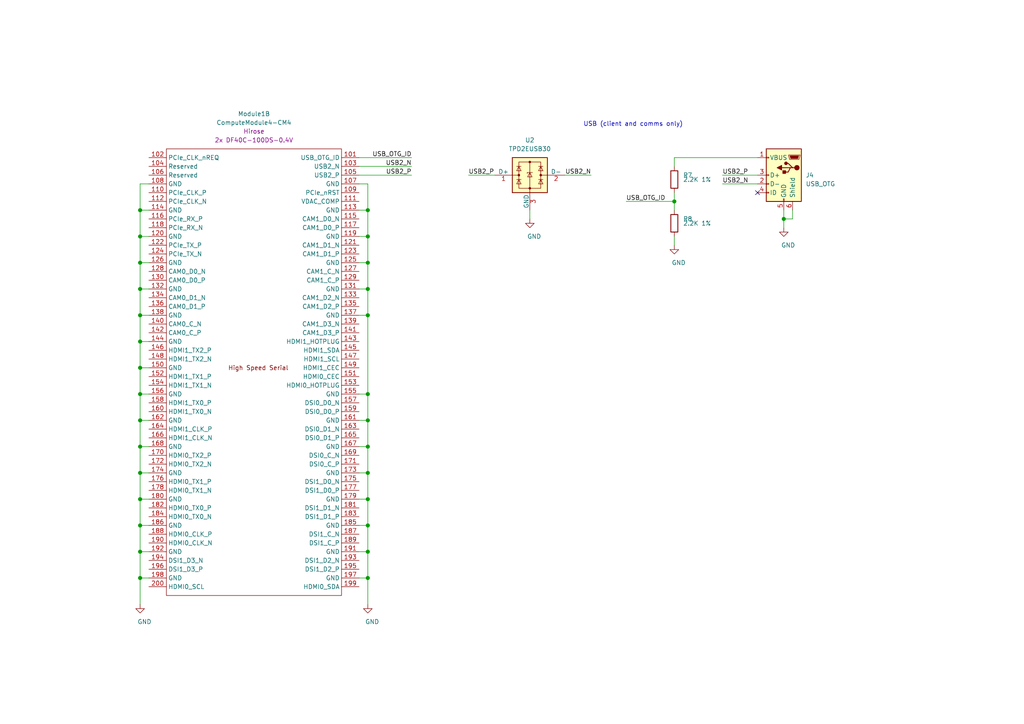
<source format=kicad_sch>
(kicad_sch (version 20211123) (generator eeschema)
  (paper "A4")
  (title_block (title "Raspberry Pi Compute Module 4 Base Carrier") (date "2020-10-31") (rev "v01") (comment 2 "creativecommons.org/licenses/by-sa/4.0") (comment 3 "License: CC BY-SA 4.0") (comment 4 "Author: Shawn Hymel"))
  (lib_symbols
    (symbol "CM4IO:ComputeModule4-CM4"
      (property "Reference" "Module" (at 113.03 -68.58 0))
      (property "Value" "ComputeModule4-CM4" (at 140.97 2.54 0))
      (property "Manufacturer" "Hirose" (at 0 0 0))
      (property "MPN" "2x DF40C-100DS-0.4V" (at 0 -2.54 0))
      (property "MPN (Alt)" "2x DF40HC(3.0)-100DS-0.4V" (at 0 0 0))
      (symbol "ComputeModule4-CM4_1_0"
        (text "GPIO" (at 0 6.35 0) (effects (font (size 1.27 1.27))))
      )
      (symbol "ComputeModule4-CM4_1_1"
        (rectangle (start -30.48 -71.12) (end 25.4 58.42))
        (text "600mA Max" (at -8.89 -53.34 0) (effects (font (size 1.27 1.27))))
        (text "600mA Max" (at -8.89 -48.26 0) (effects (font (size 1.27 1.27))))
        (text "NB SD signals are only available" (at -1.27 -27.94 0) (effects (font (size 1.27 1.27))))
        (text "on modules without eMMC" (at -1.27 -30.48 0) (effects (font (size 1.27 1.27))))
        (pin power_in line (at 27.94 55.88 180) (length 2.54) (name "GND") (number "1"))
        (pin passive line (at -33.02 45.72 0) (length 2.54) (name "Ethernet_Pair0_N") (number "10"))
        (pin output line (at -33.02 -68.58 0) (length 2.54) (name "nEXTRST") (number "100"))
        (pin passive line (at 27.94 43.18 180) (length 2.54) (name "Ethernet_Pair2_P") (number "11"))
        (pin passive line (at -33.02 43.18 0) (length 2.54) (name "Ethernet_Pair0_P") (number "12"))
        (pin power_in line (at 27.94 40.64 180) (length 2.54) (name "GND") (number "13"))
        (pin power_in line (at -33.02 40.64 0) (length 2.54) (name "GND") (number "14"))
        (pin output line (at 27.94 38.1 180) (length 2.54) (name "Ethernet_nLED3(3.3v)") (number "15"))
        (pin input line (at -33.02 38.1 0) (length 2.54) (name "Ethernet_SYNC_IN(1.8v)") (number "16"))
        (pin output line (at 27.94 35.56 180) (length 2.54) (name "Ethernet_nLED2(3.3v)") (number "17"))
        (pin input line (at -33.02 35.56 0) (length 2.54) (name "Ethernet_SYNC_OUT(1.8v)") (number "18"))
        (pin output line (at 27.94 33.02 180) (length 2.54) (name "Ethernet_nLED1(3.3v)") (number "19"))
        (pin power_in line (at -33.02 55.88 0) (length 2.54) (name "GND") (number "2"))
        (pin passive line (at -33.02 33.02 0) (length 2.54) (name "EEPROM_nWP") (number "20"))
        (pin open_collector line (at 27.94 30.48 180) (length 2.54) (name "PI_nLED_Activity") (number "21"))
        (pin power_in line (at -33.02 30.48 0) (length 2.54) (name "GND") (number "22"))
        (pin power_in line (at 27.94 27.94 180) (length 2.54) (name "GND") (number "23"))
        (pin passive line (at -33.02 27.94 0) (length 2.54) (name "GPIO26") (number "24"))
        (pin passive line (at 27.94 25.4 180) (length 2.54) (name "GPIO21") (number "25"))
        (pin passive line (at -33.02 25.4 0) (length 2.54) (name "GPIO19") (number "26"))
        (pin passive line (at 27.94 22.86 180) (length 2.54) (name "GPIO20") (number "27"))
        (pin passive line (at -33.02 22.86 0) (length 2.54) (name "GPIO13") (number "28"))
        (pin passive line (at 27.94 20.32 180) (length 2.54) (name "GPIO16") (number "29"))
        (pin passive line (at 27.94 53.34 180) (length 2.54) (name "Ethernet_Pair3_P") (number "3"))
        (pin passive line (at -33.02 20.32 0) (length 2.54) (name "GPIO6") (number "30"))
        (pin passive line (at 27.94 17.78 180) (length 2.54) (name "GPIO12") (number "31"))
        (pin power_in line (at -33.02 17.78 0) (length 2.54) (name "GND") (number "32"))
        (pin power_in line (at 27.94 15.24 180) (length 2.54) (name "GND") (number "33"))
        (pin passive line (at -33.02 15.24 0) (length 2.54) (name "GPIO5") (number "34"))
        (pin passive line (at 27.94 12.7 180) (length 2.54) (name "ID_SC") (number "35"))
        (pin passive line (at -33.02 12.7 0) (length 2.54) (name "ID_SD") (number "36"))
        (pin passive line (at 27.94 10.16 180) (length 2.54) (name "GPIO7") (number "37"))
        (pin passive line (at -33.02 10.16 0) (length 2.54) (name "GPIO11") (number "38"))
        (pin passive line (at 27.94 7.62 180) (length 2.54) (name "GPIO8") (number "39"))
        (pin passive line (at -33.02 53.34 0) (length 2.54) (name "Ethernet_Pair1_P") (number "4"))
        (pin passive line (at -33.02 7.62 0) (length 2.54) (name "GPIO9") (number "40"))
        (pin passive line (at 27.94 5.08 180) (length 2.54) (name "GPIO25") (number "41"))
        (pin power_in line (at -33.02 5.08 0) (length 2.54) (name "GND") (number "42"))
        (pin power_in line (at 27.94 2.54 180) (length 2.54) (name "GND") (number "43"))
        (pin passive line (at -33.02 2.54 0) (length 2.54) (name "GPIO10") (number "44"))
        (pin passive line (at 27.94 0 180) (length 2.54) (name "GPIO24") (number "45"))
        (pin passive line (at -33.02 0 0) (length 2.54) (name "GPIO22") (number "46"))
        (pin passive line (at 27.94 -2.54 180) (length 2.54) (name "GPIO23") (number "47"))
        (pin passive line (at -33.02 -2.54 0) (length 2.54) (name "GPIO27") (number "48"))
        (pin passive line (at 27.94 -5.08 180) (length 2.54) (name "GPIO18") (number "49"))
        (pin passive line (at 27.94 50.8 180) (length 2.54) (name "Ethernet_Pair3_N") (number "5"))
        (pin passive line (at -33.02 -5.08 0) (length 2.54) (name "GPIO17") (number "50"))
        (pin passive line (at 27.94 -7.62 180) (length 2.54) (name "GPIO15") (number "51"))
        (pin power_in line (at -33.02 -7.62 0) (length 2.54) (name "GND") (number "52"))
        (pin power_in line (at 27.94 -10.16 180) (length 2.54) (name "GND") (number "53"))
        (pin passive line (at -33.02 -10.16 0) (length 2.54) (name "GPIO4") (number "54"))
        (pin passive line (at 27.94 -12.7 180) (length 2.54) (name "GPIO14") (number "55"))
        (pin passive line (at -33.02 -12.7 0) (length 2.54) (name "GPIO3") (number "56"))
        (pin passive line (at 27.94 -15.24 180) (length 2.54) (name "SD_CLK") (number "57"))
        (pin passive line (at -33.02 -15.24 0) (length 2.54) (name "GPIO2") (number "58"))
        (pin power_in line (at 27.94 -17.78 180) (length 2.54) (name "GND") (number "59"))
        (pin passive line (at -33.02 50.8 0) (length 2.54) (name "Ethernet_Pair1_N") (number "6"))
        (pin power_in line (at -33.02 -17.78 0) (length 2.54) (name "GND") (number "60"))
        (pin passive line (at 27.94 -20.32 180) (length 2.54) (name "SD_DAT3") (number "61"))
        (pin passive line (at -33.02 -20.32 0) (length 2.54) (name "SD_CMD") (number "62"))
        (pin passive line (at 27.94 -22.86 180) (length 2.54) (name "SD_DAT0") (number "63"))
        (pin passive line (at -33.02 -22.86 0) (length 2.54) (name "SD_DAT5") (number "64"))
        (pin power_in line (at 27.94 -25.4 180) (length 2.54) (name "GND") (number "65"))
        (pin power_in line (at -33.02 -25.4 0) (length 2.54) (name "GND") (number "66"))
        (pin passive line (at 27.94 -27.94 180) (length 2.54) (name "SD_DAT1") (number "67"))
        (pin passive line (at -33.02 -27.94 0) (length 2.54) (name "SD_DAT4") (number "68"))
        (pin passive line (at 27.94 -30.48 180) (length 2.54) (name "SD_DAT2") (number "69"))
        (pin power_in line (at 27.94 48.26 180) (length 2.54) (name "GND") (number "7"))
        (pin passive line (at -33.02 -30.48 0) (length 2.54) (name "SD_DAT7") (number "70"))
        (pin power_in line (at 27.94 -33.02 180) (length 2.54) (name "GND") (number "71"))
        (pin passive line (at -33.02 -33.02 0) (length 2.54) (name "SD_DAT6") (number "72"))
        (pin input line (at 27.94 -35.56 180) (length 2.54) (name "SD_VDD_Override") (number "73"))
        (pin power_in line (at -33.02 -35.56 0) (length 2.54) (name "GND") (number "74"))
        (pin output line (at 27.94 -38.1 180) (length 2.54) (name "SD_PWR_ON") (number "75"))
        (pin passive line (at -33.02 -38.1 0) (length 2.54) (name "Reserved") (number "76"))
        (pin power_in line (at 27.94 -40.64 180) (length 2.54) (name "+5v_(Input)") (number "77"))
        (pin power_in line (at -33.02 -40.64 0) (length 2.54) (name "GPIO_VREF(1.8v/3.3v_Input)") (number "78"))
        (pin power_in line (at 27.94 -43.18 180) (length 2.54) (name "+5v_(Input)") (number "79"))
        (pin power_in line (at -33.02 48.26 0) (length 2.54) (name "GND") (number "8"))
        (pin passive line (at -33.02 -43.18 0) (length 2.54) (name "SCL0") (number "80"))
        (pin power_in line (at 27.94 -45.72 180) (length 2.54) (name "+5v_(Input)") (number "81"))
        (pin passive line (at -33.02 -45.72 0) (length 2.54) (name "SDA0") (number "82"))
        (pin power_in line (at 27.94 -48.26 180) (length 2.54) (name "+5v_(Input)") (number "83"))
        (pin power_out line (at -33.02 -48.26 0) (length 2.54) (name "+3.3v_(Output)") (number "84"))
        (pin power_in line (at 27.94 -50.8 180) (length 2.54) (name "+5v_(Input)") (number "85"))
        (pin power_out line (at -33.02 -50.8 0) (length 2.54) (name "+3.3v_(Output)") (number "86"))
        (pin power_in line (at 27.94 -53.34 180) (length 2.54) (name "+5v_(Input)") (number "87"))
        (pin power_out line (at -33.02 -53.34 0) (length 2.54) (name "+1.8v_(Output)") (number "88"))
        (pin power_in line (at 27.94 -55.88 180) (length 2.54) (name "WiFi_nDisable") (number "89"))
        (pin passive line (at 27.94 45.72 180) (length 2.54) (name "Ethernet_Pair2_N") (number "9"))
        (pin power_out line (at -33.02 -55.88 0) (length 2.54) (name "+1.8v_(Output)") (number "90"))
        (pin power_in line (at 27.94 -58.42 180) (length 2.54) (name "BT_nDisable") (number "91"))
        (pin passive line (at -33.02 -58.42 0) (length 2.54) (name "RUN_PG") (number "92"))
        (pin input line (at 27.94 -60.96 180) (length 2.54) (name "nRPIBOOT") (number "93"))
        (pin passive line (at -33.02 -60.96 0) (length 2.54) (name "AnalogIP0") (number "94"))
        (pin output line (at 27.94 -63.5 180) (length 2.54) (name "nPI_LED_PWR") (number "95"))
        (pin passive line (at -33.02 -63.5 0) (length 2.54) (name "AnalogIP1") (number "96"))
        (pin passive line (at 27.94 -66.04 180) (length 2.54) (name "Camera_GPIO") (number "97"))
        (pin power_in line (at -33.02 -66.04 0) (length 2.54) (name "GND") (number "98"))
        (pin input line (at 27.94 -68.58 180) (length 2.54) (name "Global_EN") (number "99"))
      )
      (symbol "ComputeModule4-CM4_2_1"
        (rectangle (start 114.3 -66.04) (end 165.1 63.5))
        (text "High Speed Serial" (at 140.97 0 0) (effects (font (size 1.27 1.27))))
        (pin input line (at 170.18 60.96 180) (length 5.08) (name "USB_OTG_ID") (number "101"))
        (pin input line (at 109.22 60.96 0) (length 5.08) (name "PCIe_CLK_nREQ") (number "102"))
        (pin passive line (at 170.18 58.42 180) (length 5.08) (name "USB2_N") (number "103"))
        (pin passive line (at 109.22 58.42 0) (length 5.08) (name "Reserved") (number "104"))
        (pin passive line (at 170.18 55.88 180) (length 5.08) (name "USB2_P") (number "105"))
        (pin passive line (at 109.22 55.88 0) (length 5.08) (name "Reserved") (number "106"))
        (pin power_in line (at 170.18 53.34 180) (length 5.08) (name "GND") (number "107"))
        (pin power_in line (at 109.22 53.34 0) (length 5.08) (name "GND") (number "108"))
        (pin bidirectional line (at 170.18 50.8 180) (length 5.08) (name "PCIe_nRST") (number "109"))
        (pin output line (at 109.22 50.8 0) (length 5.08) (name "PCIe_CLK_P") (number "110"))
        (pin passive line (at 170.18 48.26 180) (length 5.08) (name "VDAC_COMP") (number "111"))
        (pin output line (at 109.22 48.26 0) (length 5.08) (name "PCIe_CLK_N") (number "112"))
        (pin power_in line (at 170.18 45.72 180) (length 5.08) (name "GND") (number "113"))
        (pin power_in line (at 109.22 45.72 0) (length 5.08) (name "GND") (number "114"))
        (pin input line (at 170.18 43.18 180) (length 5.08) (name "CAM1_D0_N") (number "115"))
        (pin input line (at 109.22 43.18 0) (length 5.08) (name "PCIe_RX_P") (number "116"))
        (pin input line (at 170.18 40.64 180) (length 5.08) (name "CAM1_D0_P") (number "117"))
        (pin input line (at 109.22 40.64 0) (length 5.08) (name "PCIe_RX_N") (number "118"))
        (pin power_in line (at 170.18 38.1 180) (length 5.08) (name "GND") (number "119"))
        (pin power_in line (at 109.22 38.1 0) (length 5.08) (name "GND") (number "120"))
        (pin input line (at 170.18 35.56 180) (length 5.08) (name "CAM1_D1_N") (number "121"))
        (pin output line (at 109.22 35.56 0) (length 5.08) (name "PCIe_TX_P") (number "122"))
        (pin input line (at 170.18 33.02 180) (length 5.08) (name "CAM1_D1_P") (number "123"))
        (pin output line (at 109.22 33.02 0) (length 5.08) (name "PCIe_TX_N") (number "124"))
        (pin power_in line (at 170.18 30.48 180) (length 5.08) (name "GND") (number "125"))
        (pin power_in line (at 109.22 30.48 0) (length 5.08) (name "GND") (number "126"))
        (pin input line (at 170.18 27.94 180) (length 5.08) (name "CAM1_C_N") (number "127"))
        (pin input line (at 109.22 27.94 0) (length 5.08) (name "CAM0_D0_N") (number "128"))
        (pin input line (at 170.18 25.4 180) (length 5.08) (name "CAM1_C_P") (number "129"))
        (pin input line (at 109.22 25.4 0) (length 5.08) (name "CAM0_D0_P") (number "130"))
        (pin power_in line (at 170.18 22.86 180) (length 5.08) (name "GND") (number "131"))
        (pin power_in line (at 109.22 22.86 0) (length 5.08) (name "GND") (number "132"))
        (pin input line (at 170.18 20.32 180) (length 5.08) (name "CAM1_D2_N") (number "133"))
        (pin input line (at 109.22 20.32 0) (length 5.08) (name "CAM0_D1_N") (number "134"))
        (pin input line (at 170.18 17.78 180) (length 5.08) (name "CAM1_D2_P") (number "135"))
        (pin input line (at 109.22 17.78 0) (length 5.08) (name "CAM0_D1_P") (number "136"))
        (pin power_in line (at 170.18 15.24 180) (length 5.08) (name "GND") (number "137"))
        (pin power_in line (at 109.22 15.24 0) (length 5.08) (name "GND") (number "138"))
        (pin input line (at 170.18 12.7 180) (length 5.08) (name "CAM1_D3_N") (number "139"))
        (pin input line (at 109.22 12.7 0) (length 5.08) (name "CAM0_C_N") (number "140"))
        (pin input line (at 170.18 10.16 180) (length 5.08) (name "CAM1_D3_P") (number "141"))
        (pin input line (at 109.22 10.16 0) (length 5.08) (name "CAM0_C_P") (number "142"))
        (pin input line (at 170.18 7.62 180) (length 5.08) (name "HDMI1_HOTPLUG") (number "143"))
        (pin power_in line (at 109.22 7.62 0) (length 5.08) (name "GND") (number "144"))
        (pin bidirectional line (at 170.18 5.08 180) (length 5.08) (name "HDMI1_SDA") (number "145"))
        (pin output line (at 109.22 5.08 0) (length 5.08) (name "HDMI1_TX2_P") (number "146"))
        (pin open_collector line (at 170.18 2.54 180) (length 5.08) (name "HDMI1_SCL") (number "147"))
        (pin output line (at 109.22 2.54 0) (length 5.08) (name "HDMI1_TX2_N") (number "148"))
        (pin open_collector line (at 170.18 0 180) (length 5.08) (name "HDMI1_CEC") (number "149"))
        (pin power_in line (at 109.22 0 0) (length 5.08) (name "GND") (number "150"))
        (pin open_collector line (at 170.18 -2.54 180) (length 5.08) (name "HDMI0_CEC") (number "151"))
        (pin output line (at 109.22 -2.54 0) (length 5.08) (name "HDMI1_TX1_P") (number "152"))
        (pin input line (at 170.18 -5.08 180) (length 5.08) (name "HDMI0_HOTPLUG") (number "153"))
        (pin output line (at 109.22 -5.08 0) (length 5.08) (name "HDMI1_TX1_N") (number "154"))
        (pin power_in line (at 170.18 -7.62 180) (length 5.08) (name "GND") (number "155"))
        (pin power_in line (at 109.22 -7.62 0) (length 5.08) (name "GND") (number "156"))
        (pin output line (at 170.18 -10.16 180) (length 5.08) (name "DSI0_D0_N") (number "157"))
        (pin output line (at 109.22 -10.16 0) (length 5.08) (name "HDMI1_TX0_P") (number "158"))
        (pin output line (at 170.18 -12.7 180) (length 5.08) (name "DSI0_D0_P") (number "159"))
        (pin output line (at 109.22 -12.7 0) (length 5.08) (name "HDMI1_TX0_N") (number "160"))
        (pin power_in line (at 170.18 -15.24 180) (length 5.08) (name "GND") (number "161"))
        (pin power_in line (at 109.22 -15.24 0) (length 5.08) (name "GND") (number "162"))
        (pin output line (at 170.18 -17.78 180) (length 5.08) (name "DSI0_D1_N") (number "163"))
        (pin output line (at 109.22 -17.78 0) (length 5.08) (name "HDMI1_CLK_P") (number "164"))
        (pin output line (at 170.18 -20.32 180) (length 5.08) (name "DSI0_D1_P") (number "165"))
        (pin output line (at 109.22 -20.32 0) (length 5.08) (name "HDMI1_CLK_N") (number "166"))
        (pin power_in line (at 170.18 -22.86 180) (length 5.08) (name "GND") (number "167"))
        (pin power_in line (at 109.22 -22.86 0) (length 5.08) (name "GND") (number "168"))
        (pin output line (at 170.18 -25.4 180) (length 5.08) (name "DSI0_C_N") (number "169"))
        (pin output line (at 109.22 -25.4 0) (length 5.08) (name "HDMI0_TX2_P") (number "170"))
        (pin output line (at 170.18 -27.94 180) (length 5.08) (name "DSI0_C_P") (number "171"))
        (pin output line (at 109.22 -27.94 0) (length 5.08) (name "HDMI0_TX2_N") (number "172"))
        (pin power_in line (at 170.18 -30.48 180) (length 5.08) (name "GND") (number "173"))
        (pin power_in line (at 109.22 -30.48 0) (length 5.08) (name "GND") (number "174"))
        (pin output line (at 170.18 -33.02 180) (length 5.08) (name "DSI1_D0_N") (number "175"))
        (pin output line (at 109.22 -33.02 0) (length 5.08) (name "HDMI0_TX1_P") (number "176"))
        (pin output line (at 170.18 -35.56 180) (length 5.08) (name "DSI1_D0_P") (number "177"))
        (pin output line (at 109.22 -35.56 0) (length 5.08) (name "HDMI0_TX1_N") (number "178"))
        (pin power_in line (at 170.18 -38.1 180) (length 5.08) (name "GND") (number "179"))
        (pin power_in line (at 109.22 -38.1 0) (length 5.08) (name "GND") (number "180"))
        (pin output line (at 170.18 -40.64 180) (length 5.08) (name "DSI1_D1_N") (number "181"))
        (pin output line (at 109.22 -40.64 0) (length 5.08) (name "HDMI0_TX0_P") (number "182"))
        (pin output line (at 170.18 -43.18 180) (length 5.08) (name "DSI1_D1_P") (number "183"))
        (pin output line (at 109.22 -43.18 0) (length 5.08) (name "HDMI0_TX0_N") (number "184"))
        (pin power_in line (at 170.18 -45.72 180) (length 5.08) (name "GND") (number "185"))
        (pin power_in line (at 109.22 -45.72 0) (length 5.08) (name "GND") (number "186"))
        (pin output line (at 170.18 -48.26 180) (length 5.08) (name "DSI1_C_N") (number "187"))
        (pin output line (at 109.22 -48.26 0) (length 5.08) (name "HDMI0_CLK_P") (number "188"))
        (pin output line (at 170.18 -50.8 180) (length 5.08) (name "DSI1_C_P") (number "189"))
        (pin output line (at 109.22 -50.8 0) (length 5.08) (name "HDMI0_CLK_N") (number "190"))
        (pin power_in line (at 170.18 -53.34 180) (length 5.08) (name "GND") (number "191"))
        (pin power_in line (at 109.22 -53.34 0) (length 5.08) (name "GND") (number "192"))
        (pin output line (at 170.18 -55.88 180) (length 5.08) (name "DSI1_D2_N") (number "193"))
        (pin output line (at 109.22 -55.88 0) (length 5.08) (name "DSI1_D3_N") (number "194"))
        (pin output line (at 170.18 -58.42 180) (length 5.08) (name "DSI1_D2_P") (number "195"))
        (pin output line (at 109.22 -58.42 0) (length 5.08) (name "DSI1_D3_P") (number "196"))
        (pin power_in line (at 170.18 -60.96 180) (length 5.08) (name "GND") (number "197"))
        (pin power_in line (at 109.22 -60.96 0) (length 5.08) (name "GND") (number "198"))
        (pin bidirectional line (at 170.18 -63.5 180) (length 5.08) (name "HDMI0_SDA") (number "199"))
        (pin open_collector line (at 109.22 -63.5 0) (length 5.08) (name "HDMI0_SCL") (number "200"))
      )
    )
    (symbol "Connector:USB_OTG" (pin_names (offset 1.016))
      (property "Reference" "J" (at -5.08 11.43 0))
      (property "Value" "USB_OTG" (at -5.08 8.89 0))
      (symbol "USB_OTG_0_1"
        (rectangle (start -5.08 -7.62) (end 5.08 7.62) (stroke (width 0.254)) (fill (type background)))
        (circle (center -3.81 2.159) (radius 0.635) (stroke (width 0.254)) (fill (type outline)))
        (circle (center -0.635 3.429) (radius 0.381) (stroke (width 0.254)) (fill (type outline)))
        (rectangle (start -0.127 -7.62) (end 0.127 -6.858))
        (polyline (pts (xy -1.905 2.159) (xy 0.635 2.159)) (stroke (width 0.254)))
        (polyline (pts (xy -3.175 2.159) (xy -2.54 2.159) (xy -1.27 3.429) (xy -0.635 3.429)) (stroke (width 0.254)))
        (polyline (pts (xy -2.54 2.159) (xy -1.905 2.159) (xy -1.27 0.889) (xy 0 0.889)) (stroke (width 0.254)))
        (polyline (pts (xy 0.635 2.794) (xy 0.635 1.524) (xy 1.905 2.159) (xy 0.635 2.794)) (stroke (width 0.254)) (fill (type outline)))
        (polyline (pts (xy -4.318 5.588) (xy -1.778 5.588) (xy -2.032 4.826) (xy -4.064 4.826) (xy -4.318 5.588)) (fill (type outline)))
        (polyline (pts (xy -4.699 5.842) (xy -4.699 5.588) (xy -4.445 4.826) (xy -4.445 4.572) (xy -1.651 4.572) (xy -1.651 4.826) (xy -1.397 5.588) (xy -1.397 5.842) (xy -4.699 5.842)))
        (rectangle (start 0.254 1.27) (end -0.508 0.508) (stroke (width 0.254)) (fill (type outline)))
        (rectangle (start 5.08 -5.207) (end 4.318 -4.953))
        (rectangle (start 5.08 -2.667) (end 4.318 -2.413))
        (rectangle (start 5.08 -0.127) (end 4.318 0.127))
        (rectangle (start 5.08 4.953) (end 4.318 5.207))
      )
      (symbol "USB_OTG_1_1"
        (pin passive line (at 7.62 5.08 180) (length 2.54) (name "VBUS") (number "1"))
        (pin bidirectional line (at 7.62 -2.54 180) (length 2.54) (name "D-") (number "2"))
        (pin bidirectional line (at 7.62 0 180) (length 2.54) (name "D+") (number "3"))
        (pin passive line (at 7.62 -5.08 180) (length 2.54) (name "ID") (number "4"))
        (pin passive line (at 0 -10.16 90) (length 2.54) (name "GND") (number "5"))
        (pin passive line (at -2.54 -10.16 90) (length 2.54) (name "Shield") (number "6"))
      )
    )
    (symbol "Device:R" (pin_numbers hide) (pin_names (offset 0))
      (property "Reference" "R" (at 2.032 0 90))
      (property "Value" "R" (at 0 0 90))
      (symbol "R_0_1"
        (rectangle (start -1.016 -2.54) (end 1.016 2.54) (stroke (width 0.254)))
      )
      (symbol "R_1_1"
        (pin passive line (at 0 3.81 270) (length 1.27) (name "~") (number "1"))
        (pin passive line (at 0 -3.81 90) (length 1.27) (name "~") (number "2"))
      )
    )
    (symbol "Power_Protection:TPD2EUSB30" (pin_names (offset 0))
      (property "Reference" "U" (at 0 6.35 0))
      (property "Value" "TPD2EUSB30" (at 7.62 -7.62 0))
      (symbol "TPD2EUSB30_0_1"
        (rectangle (start -5.08 5.08) (end 5.08 -5.08) (stroke (width 0.254)) (fill (type background)))
        (circle (center -3.175 0) (radius 0.2794) (fill (type outline)))
        (rectangle (start -3.175 3.81) (end 3.175 -3.81))
        (circle (center 0 -3.81) (radius 0.2794) (fill (type outline)))
        (polyline (pts (xy -5.08 0) (xy -3.175 0)))
        (polyline (pts (xy -3.81 -1.27) (xy -2.54 -1.27)))
        (polyline (pts (xy -3.81 2.54) (xy -2.54 2.54)))
        (polyline (pts (xy 0 3.81) (xy 0 -5.08)))
        (polyline (pts (xy 2.54 -1.27) (xy 3.81 -1.27)))
        (polyline (pts (xy 2.54 2.54) (xy 3.81 2.54)))
        (polyline (pts (xy 5.08 0) (xy 3.175 0)))
        (polyline (pts (xy 0.762 0.762) (xy -0.762 0.762) (xy -0.762 0.508)))
        (polyline (pts (xy -2.54 -2.54) (xy -3.81 -2.54) (xy -3.175 -1.27) (xy -2.54 -2.54)))
        (polyline (pts (xy -2.54 1.27) (xy -3.81 1.27) (xy -3.175 2.54) (xy -2.54 1.27)))
        (polyline (pts (xy 0.635 -0.508) (xy -0.635 -0.508) (xy 0 0.762) (xy 0.635 -0.508)))
        (polyline (pts (xy 3.81 -2.54) (xy 2.54 -2.54) (xy 3.175 -1.27) (xy 3.81 -2.54)))
        (polyline (pts (xy 3.81 1.27) (xy 2.54 1.27) (xy 3.175 2.54) (xy 3.81 1.27)))
        (circle (center 0 3.81) (radius 0.2794) (fill (type outline)))
        (circle (center 3.175 0) (radius 0.2794) (fill (type outline)))
      )
      (symbol "TPD2EUSB30_1_1"
        (pin passive line (at -10.16 0 0) (length 5.08) (name "D+") (number "1"))
        (pin passive line (at 10.16 0 180) (length 5.08) (name "D-") (number "2"))
        (pin passive line (at 0 -10.16 90) (length 5.08) (name "GND") (number "3"))
      )
    )
    (symbol "power:GND" (power) (pin_names (offset 0))
      (property "Value" "GND" (at 0 -3.81 0))
      (symbol "GND_0_1"
        (polyline (pts (xy 0 0) (xy 0 -1.27) (xy 1.27 -1.27) (xy 0 -2.54) (xy -1.27 -1.27) (xy 0 -1.27)))
      )
      (symbol "GND_1_1"
        (pin power_in line (at 0 0 270) (length 0) hide (name "GND") (number "1"))
      )
    )
  )
  (junction (at 106.68 114.3) (diameter 1.016))
  (junction (at 40.64 99.06) (diameter 1.016))
  (junction (at 40.64 129.54) (diameter 1.016))
  (junction (at 227.33 63.5) (diameter 1.016))
  (junction (at 195.58 58.42) (diameter 1.016))
  (junction (at 106.68 68.58) (diameter 1.016))
  (junction (at 106.68 76.2) (diameter 1.016))
  (junction (at 106.68 167.64) (diameter 1.016))
  (junction (at 40.64 106.68) (diameter 1.016))
  (junction (at 106.68 160.02) (diameter 1.016))
  (junction (at 40.64 167.64) (diameter 1.016))
  (junction (at 106.68 137.16) (diameter 1.016))
  (junction (at 40.64 137.16) (diameter 1.016))
  (junction (at 40.64 144.78) (diameter 1.016))
  (junction (at 106.68 129.54) (diameter 1.016))
  (junction (at 40.64 83.82) (diameter 1.016))
  (junction (at 40.64 76.2) (diameter 1.016))
  (junction (at 40.64 68.58) (diameter 1.016))
  (junction (at 106.68 60.96) (diameter 1.016))
  (junction (at 40.64 91.44) (diameter 1.016))
  (junction (at 106.68 91.44) (diameter 1.016))
  (junction (at 106.68 144.78) (diameter 1.016))
  (junction (at 106.68 121.92) (diameter 1.016))
  (junction (at 40.64 60.96) (diameter 1.016))
  (junction (at 40.64 114.3) (diameter 1.016))
  (junction (at 106.68 152.4) (diameter 1.016))
  (junction (at 40.64 152.4) (diameter 1.016))
  (junction (at 106.68 83.82) (diameter 1.016))
  (junction (at 40.64 160.02) (diameter 1.016))
  (junction (at 40.64 121.92) (diameter 1.016))
  (no_connect (at 219.71 55.88))
  (wire (pts (xy 40.64 91.44) (xy 40.64 99.06)))
  (wire (pts (xy 40.64 144.78) (xy 43.18 144.78)))
  (wire (pts (xy 104.14 91.44) (xy 106.68 91.44)))
  (wire (pts (xy 40.64 83.82) (xy 40.64 91.44)))
  (wire (pts (xy 135.89 50.8) (xy 143.51 50.8)))
  (wire (pts (xy 106.68 160.02) (xy 106.68 167.64)))
  (wire (pts (xy 104.14 83.82) (xy 106.68 83.82)))
  (wire (pts (xy 229.87 63.5) (xy 227.33 63.5)))
  (wire (pts (xy 40.64 106.68) (xy 43.18 106.68)))
  (wire (pts (xy 104.14 137.16) (xy 106.68 137.16)))
  (wire (pts (xy 106.68 83.82) (xy 106.68 91.44)))
  (wire (pts (xy 181.61 58.42) (xy 195.58 58.42)))
  (wire (pts (xy 195.58 55.88) (xy 195.58 58.42)))
  (wire (pts (xy 104.14 48.26) (xy 119.38 48.26)))
  (wire (pts (xy 40.64 106.68) (xy 40.64 114.3)))
  (wire (pts (xy 104.14 167.64) (xy 106.68 167.64)))
  (wire (pts (xy 40.64 160.02) (xy 40.64 167.64)))
  (wire (pts (xy 40.64 160.02) (xy 43.18 160.02)))
  (wire (pts (xy 40.64 76.2) (xy 43.18 76.2)))
  (wire (pts (xy 104.14 68.58) (xy 106.68 68.58)))
  (wire (pts (xy 106.68 53.34) (xy 106.68 60.96)))
  (wire (pts (xy 40.64 60.96) (xy 43.18 60.96)))
  (wire (pts (xy 195.58 45.72) (xy 195.58 48.26)))
  (wire (pts (xy 106.68 68.58) (xy 106.68 76.2)))
  (wire (pts (xy 209.55 53.34) (xy 219.71 53.34)))
  (wire (pts (xy 40.64 137.16) (xy 43.18 137.16)))
  (wire (pts (xy 229.87 60.96) (xy 229.87 63.5)))
  (wire (pts (xy 40.64 53.34) (xy 43.18 53.34)))
  (wire (pts (xy 40.64 152.4) (xy 40.64 160.02)))
  (wire (pts (xy 104.14 114.3) (xy 106.68 114.3)))
  (wire (pts (xy 163.83 50.8) (xy 171.45 50.8)))
  (wire (pts (xy 40.64 91.44) (xy 43.18 91.44)))
  (wire (pts (xy 106.68 91.44) (xy 106.68 114.3)))
  (wire (pts (xy 227.33 63.5) (xy 227.33 66.04)))
  (wire (pts (xy 40.64 129.54) (xy 40.64 137.16)))
  (wire (pts (xy 104.14 53.34) (xy 106.68 53.34)))
  (wire (pts (xy 40.64 121.92) (xy 43.18 121.92)))
  (wire (pts (xy 40.64 60.96) (xy 40.64 68.58)))
  (wire (pts (xy 40.64 167.64) (xy 43.18 167.64)))
  (wire (pts (xy 40.64 68.58) (xy 43.18 68.58)))
  (wire (pts (xy 104.14 129.54) (xy 106.68 129.54)))
  (wire (pts (xy 104.14 152.4) (xy 106.68 152.4)))
  (wire (pts (xy 40.64 137.16) (xy 40.64 144.78)))
  (wire (pts (xy 153.67 60.96) (xy 153.67 63.5)))
  (wire (pts (xy 40.64 53.34) (xy 40.64 60.96)))
  (wire (pts (xy 40.64 152.4) (xy 43.18 152.4)))
  (wire (pts (xy 104.14 160.02) (xy 106.68 160.02)))
  (wire (pts (xy 106.68 60.96) (xy 106.68 68.58)))
  (wire (pts (xy 195.58 58.42) (xy 195.58 60.96)))
  (wire (pts (xy 104.14 144.78) (xy 106.68 144.78)))
  (wire (pts (xy 40.64 114.3) (xy 40.64 121.92)))
  (wire (pts (xy 195.58 45.72) (xy 219.71 45.72)))
  (wire (pts (xy 106.68 167.64) (xy 106.68 175.26)))
  (wire (pts (xy 209.55 50.8) (xy 219.71 50.8)))
  (wire (pts (xy 40.64 129.54) (xy 43.18 129.54)))
  (wire (pts (xy 106.68 129.54) (xy 106.68 137.16)))
  (wire (pts (xy 106.68 144.78) (xy 106.68 152.4)))
  (wire (pts (xy 40.64 99.06) (xy 43.18 99.06)))
  (wire (pts (xy 40.64 99.06) (xy 40.64 106.68)))
  (wire (pts (xy 104.14 45.72) (xy 119.38 45.72)))
  (wire (pts (xy 106.68 114.3) (xy 106.68 121.92)))
  (wire (pts (xy 40.64 167.64) (xy 40.64 175.26)))
  (wire (pts (xy 40.64 68.58) (xy 40.64 76.2)))
  (wire (pts (xy 195.58 68.58) (xy 195.58 71.12)))
  (wire (pts (xy 104.14 121.92) (xy 106.68 121.92)))
  (wire (pts (xy 104.14 76.2) (xy 106.68 76.2)))
  (wire (pts (xy 227.33 60.96) (xy 227.33 63.5)))
  (wire (pts (xy 106.68 76.2) (xy 106.68 83.82)))
  (wire (pts (xy 40.64 121.92) (xy 40.64 129.54)))
  (wire (pts (xy 40.64 83.82) (xy 43.18 83.82)))
  (wire (pts (xy 40.64 144.78) (xy 40.64 152.4)))
  (wire (pts (xy 40.64 76.2) (xy 40.64 83.82)))
  (wire (pts (xy 106.68 121.92) (xy 106.68 129.54)))
  (wire (pts (xy 104.14 50.8) (xy 119.38 50.8)))
  (wire (pts (xy 40.64 114.3) (xy 43.18 114.3)))
  (wire (pts (xy 104.14 60.96) (xy 106.68 60.96)))
  (wire (pts (xy 106.68 152.4) (xy 106.68 160.02)))
  (wire (pts (xy 106.68 137.16) (xy 106.68 144.78)))
  (text "USB (client and comms only)" (at 198.12 36.83 180) (effects (font (size 1.27 1.27)) (justify right bottom)))
  (label "USB_OTG_ID" (at 181.61 58.42 0))
  (label "USB2_N" (at 171.45 50.8 180))
  (label "USB2_P" (at 209.55 50.8 0))
  (label "USB_OTG_ID" (at 119.38 45.72 180))
  (label "USB2_N" (at 119.38 48.26 180))
  (label "USB2_P" (at 135.89 50.8 0))
  (label "USB2_N" (at 209.55 53.34 0))
  (label "USB2_P" (at 119.38 50.8 180))
  (symbol (lib_id "power:GND") (at 40.64 175.26 0) (unit 1)
    (property "Reference" "#PWR0111" (effects hide))
    (property "Value" "GND" (at 41.91 180.34 0))
  )
  (symbol (lib_id "power:GND") (at 195.58 71.12 0) (unit 1)
    (property "Reference" "#PWR0115" (effects hide))
    (property "Value" "GND" (at 196.85 76.2 0))
  )
  (symbol (lib_id "Device:R") (at 195.58 64.77 0) (unit 1)
    (property "Reference" "R8" (at 198.12 63.5 0) (effects (justify left)))
    (property "Value" "2.2K 1%" (at 198.12 64.77 0) (effects (justify left)))
    (property "Footprint" "Resistor_SMD:R_0603_1608Metric_Pad0.98x0.95mm_HandSolder" (effects hide))
    (property "Manufacturer" "Yageo" (effects hide))
    (property "MPN" "RC0603FR-072K2L" (effects hide))
    (property "Digi-Key_PN" "311-2.20KHRCT-ND" (effects hide))
  )
  (symbol (lib_id "Power_Protection:TPD2EUSB30") (at 153.67 50.8 0) (unit 1)
    (property "Reference" "U2" (at 153.67 40.64 0))
    (property "Value" "TPD2EUSB30" (at 153.67 43.18 0))
    (property "Footprint" "Package_TO_SOT_SMD:Texas_DRT-3" (effects hide))
    (property "Datasheet" "http://www.ti.com/lit/ds/symlink/tpd2eusb30a.pdf" (effects hide))
    (property "Manufacturer" "Texas Instruments" (effects hide))
    (property "MPN" "TPD2EUSB30DRTR" (effects hide))
    (property "Digi-Key_PN" "296-25509-1-ND" (effects hide))
  )
  (symbol (lib_id "Connector:USB_OTG") (at 227.33 50.8 0) (mirror y) (unit 1)
    (property "Reference" "J4" (at 233.68 50.8 0) (effects (justify right)))
    (property "Value" "USB_OTG" (at 233.68 53.34 0) (effects (justify right)))
    (property "Footprint" "CM4IO:USB_Micro-B_EDAC_UCON00686" (effects hide))
    (property "Datasheet" " ~" (effects hide))
    (property "Manufacturer" "Amphenol ICC (FCI)" (effects hide))
    (property "MPN" "10103594-0001LF" (effects hide))
    (property "Digi-Key_PN" "609-4050-1-ND" (effects hide))
  )
  (symbol (lib_id "power:GND") (at 227.33 66.04 0) (unit 1)
    (property "Reference" "#PWR0114" (effects hide))
    (property "Value" "GND" (at 228.6 71.12 0))
  )
  (symbol (lib_id "power:GND") (at 153.67 63.5 0) (unit 1)
    (property "Reference" "#PWR0113" (effects hide))
    (property "Value" "GND" (at 154.94 68.58 0))
  )
  (symbol (lib_id "power:GND") (at 106.68 175.26 0) (unit 1)
    (property "Reference" "#PWR0112" (effects hide))
    (property "Value" "GND" (at 107.95 180.34 0))
  )
  (symbol (lib_id "Device:R") (at 195.58 52.07 0) (unit 1)
    (property "Reference" "R7" (at 198.12 50.8 0) (effects (justify left)))
    (property "Value" "2.2K 1%" (at 198.12 52.07 0) (effects (justify left)))
    (property "Footprint" "Resistor_SMD:R_0603_1608Metric_Pad0.98x0.95mm_HandSolder" (effects hide))
    (property "Manufacturer" "Yageo" (effects hide))
    (property "MPN" "RC0603FR-072K2L" (effects hide))
    (property "Digi-Key_PN" "311-2.20KHRCT-ND" (effects hide))
  )
  (symbol (lib_id "CM4IO:ComputeModule4-CM4") (at -66.04 106.68 0) (unit 2)
    (property "Reference" "Module1" (at 73.66 33.02 0))
    (property "Value" "ComputeModule4-CM4" (at 73.66 35.56 0))
    (property "Footprint" "CM4IO:Raspberry-Pi-4-Compute-Module" (effects hide))
    (property "Field4" "Hirose" (at 73.66 38.1 0))
    (property "Field5" "2x DF40C-100DS-0.4V" (at 73.66 40.64 0))
    (property "Digi-Key_PN" "2x H11615CT-ND" (effects hide))
    (property "Digi-Key_PN (Alt)" "2x H124602CT-ND" (effects hide))
  )
)
</source>
